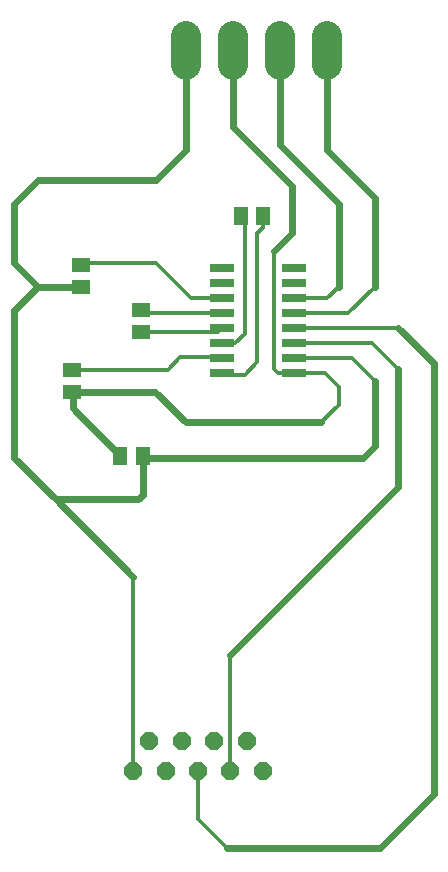
<source format=gbr>
G04 EAGLE Gerber RS-274X export*
G75*
%MOMM*%
%FSLAX34Y34*%
%LPD*%
%INBottom Copper*%
%IPPOS*%
%AMOC8*
5,1,8,0,0,1.08239X$1,22.5*%
G01*
%ADD10R,1.500000X1.300000*%
%ADD11R,1.300000X1.500000*%
%ADD12P,1.649562X8X202.500000*%
%ADD13R,2.032000X0.660400*%
%ADD14C,2.514600*%
%ADD15C,0.609600*%
%ADD16C,0.304800*%
%ADD17C,0.152400*%


D10*
X326600Y593700D03*
X326600Y574700D03*
D11*
X461800Y635000D03*
X480800Y635000D03*
D10*
X377400Y555600D03*
X377400Y536600D03*
D11*
X378800Y431800D03*
X359800Y431800D03*
D10*
X319300Y504800D03*
X319300Y485800D03*
D12*
X480364Y165100D03*
X452932Y165100D03*
X425500Y165100D03*
X398068Y165100D03*
X370636Y165100D03*
X466648Y190500D03*
X439216Y190500D03*
X411784Y190500D03*
X384352Y190500D03*
D13*
X445566Y501650D03*
X507034Y501650D03*
X445566Y514350D03*
X445566Y527050D03*
X507034Y514350D03*
X507034Y527050D03*
X445566Y539750D03*
X507034Y539750D03*
X445566Y552450D03*
X507034Y552450D03*
X445566Y565150D03*
X445566Y577850D03*
X507034Y565150D03*
X507034Y577850D03*
X445566Y590550D03*
X507034Y590550D03*
D14*
X455188Y762427D02*
X455188Y787573D01*
X494812Y787573D02*
X494812Y762427D01*
X534436Y762427D02*
X534436Y787573D01*
X415564Y787573D02*
X415564Y762427D01*
D15*
X534436Y775000D02*
X534436Y690564D01*
X575000Y650000D01*
X575000Y575000D01*
D16*
X552450Y552450D02*
X507034Y552450D01*
X552450Y552450D02*
X575000Y575000D01*
X535150Y565150D02*
X507034Y565150D01*
X535150Y565150D02*
X545000Y575000D01*
D15*
X545000Y645000D01*
X494812Y695188D02*
X494812Y775000D01*
X494812Y695188D02*
X545000Y645000D01*
D16*
X480800Y635000D02*
X480800Y625000D01*
X475800Y620000D01*
X475800Y510800D01*
X465000Y500000D01*
X447216Y500000D01*
D17*
X445566Y501650D01*
D16*
X442416Y536600D02*
X377400Y536600D01*
X442416Y536600D02*
X445566Y539750D01*
X445566Y527050D02*
X457050Y527050D01*
X465000Y535000D01*
X465000Y631800D01*
D17*
X461800Y635000D01*
D16*
X445566Y552450D02*
X380550Y552450D01*
D17*
X377400Y555600D01*
D16*
X399800Y504800D02*
X319300Y504800D01*
X399800Y504800D02*
X410000Y515000D01*
X444916Y515000D01*
D17*
X445566Y514350D01*
D16*
X445566Y565150D02*
X419850Y565150D01*
X390000Y595000D01*
X327900Y595000D01*
D17*
X326600Y593700D01*
D16*
X507034Y527050D02*
X572950Y527050D01*
X595000Y505000D01*
D15*
X595000Y405000D01*
D16*
X452932Y262932D02*
X452932Y165100D01*
D15*
X452932Y262932D02*
X595000Y405000D01*
D16*
X425500Y165100D02*
X425500Y124500D01*
X450000Y100000D01*
D15*
X580000Y100000D01*
X625000Y145000D01*
X625000Y510000D01*
X595250Y539750D01*
D16*
X507034Y539750D01*
X507034Y501650D02*
X533350Y501650D01*
X545000Y490000D01*
X545000Y475000D01*
D15*
X530000Y460000D02*
X415000Y460000D01*
X389200Y485800D02*
X320000Y485800D01*
D17*
X319300Y485800D01*
D16*
X530000Y460000D02*
X545000Y475000D01*
D15*
X415000Y460000D02*
X389200Y485800D01*
X319800Y485600D02*
X319800Y471800D01*
X359800Y431800D01*
D17*
X319800Y485600D02*
X320000Y485800D01*
D16*
X493350Y501650D02*
X507034Y501650D01*
X493350Y501650D02*
X490000Y505000D01*
X490000Y605000D01*
D15*
X505000Y620000D01*
X455188Y709812D02*
X455188Y775000D01*
X505000Y660000D02*
X505000Y620000D01*
X505000Y660000D02*
X455188Y709812D01*
D16*
X507034Y514350D02*
X555650Y514350D01*
X575000Y495000D01*
D15*
X575000Y440000D01*
X565000Y430000D01*
X380600Y430000D01*
D17*
X378800Y431800D01*
D15*
X378800Y398800D01*
X375000Y395000D01*
X305000Y395000D01*
X270000Y430000D01*
X270000Y555000D02*
X290000Y575000D01*
D17*
X326300Y575000D01*
X326600Y574700D01*
D15*
X270000Y555000D02*
X270000Y430000D01*
D16*
X370636Y329364D02*
X370636Y165100D01*
D15*
X326600Y574700D02*
X290300Y574700D01*
X270000Y595000D01*
X270000Y645000D01*
X290000Y665000D01*
X390000Y665000D01*
X415564Y690564D01*
X415564Y775000D01*
X305000Y395000D02*
X370636Y329364D01*
M02*

</source>
